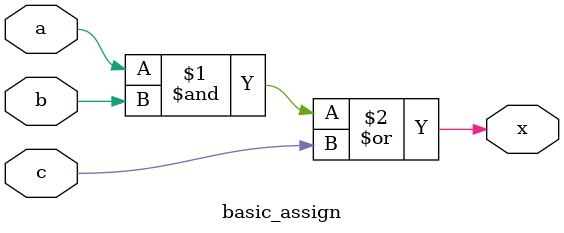
<source format=v>
module basic_assign(input a, b, c, output x);
  assign x = (a & b) | c;
endmodule
</source>
